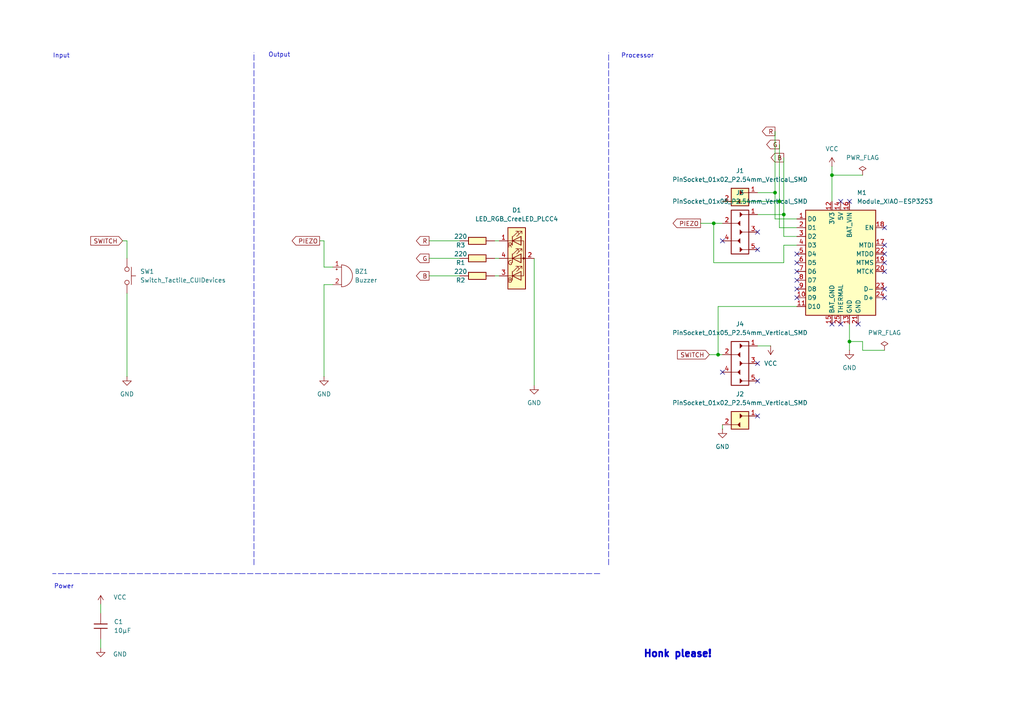
<source format=kicad_sch>
(kicad_sch (version 20250114) (generator "eeschema") (generator_version "9.0")
  (paper "A4")
  (lib_symbols
    (symbol "Device:Buzzer" (pin_names (offset 0.0254) (hide yes))
      (property "Reference" "BZ" (at 3.81 1.27 0))
      (property "Value" "Buzzer" (at 3.81 -1.27 0))
      (symbol "Buzzer_0_1"
        (polyline (pts (xy -1.651 1.905) (xy -1.143 1.905)))
        (polyline (pts (xy -1.397 2.159) (xy -1.397 1.651)))
        (arc (start 0 3.175) (mid 3.1612 0) (end 0 -3.175))
        (polyline (pts (xy 0 3.175) (xy 0 -3.175)))
      )
      (symbol "Buzzer_1_1"
        (pin passive line (at -2.54 2.54 0) (length 2.54) (name "+") (number "1"))
        (pin passive line (at -2.54 -2.54 0) (length 2.54) (name "-") (number "2"))
      )
    )
    (symbol "PCM_fab:C_1206" (pin_numbers (hide yes))
      (property "Reference" "C" (at 0.635 2.54 0))
      (property "Value" "C_1206" (at 0.635 -2.54 0))
      (symbol "C_1206_1_1"
        (polyline (pts (xy -1.905 0.635) (xy 1.905 0.635)) (stroke (width 0.25)))
        (polyline (pts (xy -1.905 -0.635) (xy 1.905 -0.635)) (stroke (width 0.25)))
        (pin passive line (at 0 3.81 270) (length 3.175) (name "~") (number "1"))
        (pin passive line (at 0 -3.81 90) (length 3.175) (name "~") (number "2"))
      )
    )
    (symbol "PCM_fab:LED_RGB_CreeLED_PLCC4" (pin_names (offset 0) (hide yes))
      (property "Reference" "D" (at 0 10.16 0))
      (property "Value" "LED_RGB_CreeLED_PLCC4" (at 0 -10.16 0))
      (symbol "LED_RGB_CreeLED_PLCC4_0_0"
        (text "R" (at -1.905 3.81 0) (effects (font (size 1.27 1.27))))
        (text "G" (at -1.905 -1.27 0) (effects (font (size 1.27 1.27))))
        (text "B" (at -1.905 -6.35 0) (effects (font (size 1.27 1.27))))
      )
      (symbol "LED_RGB_CreeLED_PLCC4_0_1"
        (rectangle (start -2.54 8.89) (end 2.54 -8.89) (stroke (width 0.254)) (fill (type background)))
        (polyline (pts (xy -1.27 6.35) (xy -1.27 3.81)) (stroke (width 0.2032)))
        (polyline (pts (xy -1.27 6.35) (xy -1.27 3.81) (xy -1.27 3.81)))
        (polyline (pts (xy -1.27 5.08) (xy -2.54 5.08)))
        (polyline (pts (xy -1.27 1.27) (xy -1.27 -1.27)) (stroke (width 0.2032)))
        (polyline (pts (xy -1.27 1.27) (xy -1.27 -1.27) (xy -1.27 -1.27)))
        (polyline (pts (xy -1.27 0) (xy -2.54 0)))
        (polyline (pts (xy -1.27 0) (xy 1.27 0)))
        (polyline (pts (xy -1.27 -3.81) (xy -1.27 -6.35)))
        (polyline (pts (xy -1.27 -3.81) (xy -1.27 -6.35)) (stroke (width 0.2032)))
        (polyline (pts (xy -1.27 -5.08) (xy -2.54 -5.08)))
        (polyline (pts (xy -1.27 -5.08) (xy 1.27 -5.08)))
        (polyline (pts (xy -1.016 6.35) (xy 0.508 7.874) (xy -0.254 7.874) (xy 0.508 7.874) (xy 0.508 7.112)))
        (polyline (pts (xy -1.016 1.27) (xy 0.508 2.794) (xy -0.254 2.794) (xy 0.508 2.794) (xy 0.508 2.032)))
        (polyline (pts (xy -1.016 -3.81) (xy 0.508 -2.286) (xy -0.254 -2.286) (xy 0.508 -2.286) (xy 0.508 -3.048)))
        (polyline (pts (xy 0 6.35) (xy 1.524 7.874) (xy 0.762 7.874) (xy 1.524 7.874) (xy 1.524 7.112)))
        (polyline (pts (xy 0 1.27) (xy 1.524 2.794) (xy 0.762 2.794) (xy 1.524 2.794) (xy 1.524 2.032)))
        (polyline (pts (xy 0 -3.81) (xy 1.524 -2.286) (xy 0.762 -2.286) (xy 1.524 -2.286) (xy 1.524 -3.048)))
        (polyline (pts (xy 1.27 6.35) (xy 1.27 3.81) (xy -1.27 5.08) (xy 1.27 6.35)) (stroke (width 0.2032)))
        (rectangle (start 1.27 6.35) (end 1.27 6.35))
        (polyline (pts (xy 1.27 5.08) (xy -1.27 5.08)))
        (rectangle (start 1.27 3.81) (end 1.27 6.35))
        (polyline (pts (xy 1.27 1.27) (xy 1.27 -1.27) (xy -1.27 0) (xy 1.27 1.27)) (stroke (width 0.2032)))
        (rectangle (start 1.27 1.27) (end 1.27 1.27))
        (polyline (pts (xy 1.27 0) (xy 2.54 0)))
        (rectangle (start 1.27 -1.27) (end 1.27 1.27))
        (polyline (pts (xy 1.27 -3.81) (xy 1.27 -6.35) (xy -1.27 -5.08) (xy 1.27 -3.81)) (stroke (width 0.2032)))
        (polyline (pts (xy 1.27 -5.08) (xy 2.032 -5.08) (xy 2.032 5.08) (xy 1.27 5.08)))
        (circle (center 2.032 0) (radius 0.254) (fill (type outline)))
      )
      (symbol "LED_RGB_CreeLED_PLCC4_1_1"
        (pin passive line (at -5.08 5.08 0) (length 2.54) (name "RK") (number "1"))
        (pin passive line (at -5.08 0 0) (length 2.54) (name "GK") (number "4"))
        (pin passive line (at -5.08 -5.08 0) (length 2.54) (name "BK") (number "3"))
        (pin passive line (at 5.08 0 180) (length 2.54) (name "A") (number "2"))
      )
    )
    (symbol "PCM_fab:Module_XIAO-ESP32S3"
      (property "Reference" "M" (at -10.16 16.51 0))
      (property "Value" "Module_XIAO-ESP32S3" (at 3.81 16.51 0))
      (symbol "Module_XIAO-ESP32S3_1_1"
        (rectangle (start -10.16 15.24) (end 10.16 -15.24) (stroke (width 0.254)) (fill (type background)))
        (pin bidirectional line (at -12.7 12.7 0) (length 2.54) (name "D0") (number "1"))
        (pin bidirectional line (at -12.7 10.16 0) (length 2.54) (name "D1") (number "2"))
        (pin bidirectional line (at -12.7 7.62 0) (length 2.54) (name "D2") (number "3"))
        (pin bidirectional line (at -12.7 5.08 0) (length 2.54) (name "D3") (number "4"))
        (pin bidirectional line (at -12.7 2.54 0) (length 2.54) (name "D4") (number "5"))
        (pin bidirectional line (at -12.7 0 0) (length 2.54) (name "D5") (number "6"))
        (pin bidirectional line (at -12.7 -2.54 0) (length 2.54) (name "D6") (number "7"))
        (pin bidirectional line (at -12.7 -5.08 0) (length 2.54) (name "D7") (number "8"))
        (pin bidirectional line (at -12.7 -7.62 0) (length 2.54) (name "D8") (number "9"))
        (pin bidirectional line (at -12.7 -10.16 0) (length 2.54) (name "D9") (number "10"))
        (pin bidirectional line (at -12.7 -12.7 0) (length 2.54) (name "D10") (number "11"))
        (pin power_in line (at -2.54 17.78 270) (length 2.54) (name "3V3") (number "12"))
        (pin power_in line (at -2.54 -17.78 90) (length 2.54) (name "BAT_GND") (number "15"))
        (pin power_in line (at 0 17.78 270) (length 2.54) (name "5V") (number "14"))
        (pin power_in line (at 0 -17.78 90) (length 2.54) (name "THERMAL") (number "25"))
        (pin power_in line (at 2.54 17.78 270) (length 2.54) (name "BAT_VIN") (number "16"))
        (pin power_in line (at 2.54 -17.78 90) (length 2.54) (name "GND") (number "13"))
        (pin power_in line (at 5.08 -17.78 90) (length 2.54) (name "GND") (number "21"))
        (pin input line (at 12.7 10.16 180) (length 2.54) (name "EN") (number "18"))
        (pin input line (at 12.7 5.08 180) (length 2.54) (name "MTDI") (number "17"))
        (pin output line (at 12.7 2.54 180) (length 2.54) (name "MTDO") (number "22"))
        (pin input line (at 12.7 0 180) (length 2.54) (name "MTMS") (number "19"))
        (pin input line (at 12.7 -2.54 180) (length 2.54) (name "MTCK") (number "20"))
        (pin bidirectional line (at 12.7 -7.62 180) (length 2.54) (name "D-") (number "23"))
        (pin bidirectional line (at 12.7 -10.16 180) (length 2.54) (name "D+") (number "24"))
      )
    )
    (symbol "PCM_fab:PWR_FLAG" (power) (pin_numbers (hide yes)) (pin_names (offset 0) (hide yes))
      (property "Value" "PWR_FLAG" (at 0 3.81 0))
      (symbol "PWR_FLAG_0_1"
        (polyline (pts (xy 0 0) (xy 0 1.27) (xy -1.016 1.905) (xy 0 2.54) (xy 1.016 1.905) (xy 0 1.27)))
      )
      (symbol "PWR_FLAG_1_0"
        (pin power_out line (at 0 0 90) (length 0) (name "PWR_FLAG") (number "1"))
      )
    )
    (symbol "PCM_fab:PinSocket_01x02_P2.54mm_Vertical_SMD" (pin_names (hide yes))
      (property "Reference" "J" (at 0 3.81 0))
      (property "Value" "PinSocket_01x02_P2.54mm_Vertical_SMD" (at 0 -3.81 0))
      (symbol "PinSocket_01x02_P2.54mm_Vertical_SMD_0_0"
        (rectangle (start -2.54 2.54) (end 2.54 -2.54) (stroke (width 0.254)) (fill (type background)))
        (polyline (pts (xy 0 0.635) (xy 0.635 1.27) (xy 0 1.905) (xy 0 0.635)) (fill (type outline)))
        (polyline (pts (xy 0 -1.27) (xy -2.54 -1.27)))
        (polyline (pts (xy 0 -1.905) (xy -0.635 -1.27) (xy 0 -0.635) (xy 0 -1.905)) (fill (type outline)))
        (polyline (pts (xy 2.54 1.27) (xy 0 1.27)))
      )
      (symbol "PinSocket_01x02_P2.54mm_Vertical_SMD_1_1"
        (pin passive line (at -5.08 -1.27 0) (length 2.54) (name "Pin_2") (number "2"))
        (pin passive line (at 5.08 1.27 180) (length 2.54) (name "Pin_1") (number "1"))
      )
    )
    (symbol "PCM_fab:PinSocket_01x05_P2.54mm_Vertical_SMD" (pin_names (hide yes))
      (property "Reference" "J" (at 0 7.62 0))
      (property "Value" "PinSocket_01x05_P2.54mm_Vertical_SMD" (at 0 -7.62 0))
      (symbol "PinSocket_01x05_P2.54mm_Vertical_SMD_0_0"
        (polyline (pts (xy 0 4.445) (xy 0.635 5.08) (xy 0 5.715) (xy 0 4.445)) (fill (type outline)))
        (polyline (pts (xy 0 2.54) (xy -2.54 2.54)))
        (polyline (pts (xy 0 1.905) (xy -0.635 2.54) (xy 0 3.175) (xy 0 1.905)) (fill (type outline)))
        (polyline (pts (xy 0 -0.635) (xy 0.635 0) (xy 0 0.635) (xy 0 -0.635)) (fill (type outline)))
        (polyline (pts (xy 0 -2.54) (xy -2.54 -2.54)))
        (polyline (pts (xy 0 -3.175) (xy -0.635 -2.54) (xy 0 -1.905) (xy 0 -3.175)) (fill (type outline)))
        (polyline (pts (xy 0 -5.715) (xy 0.635 -5.08) (xy 0 -4.445) (xy 0 -5.715)) (fill (type outline)))
        (polyline (pts (xy 2.54 5.08) (xy 0 5.08)))
        (polyline (pts (xy 2.54 0) (xy 0 0)))
        (polyline (pts (xy 2.54 -5.08) (xy 0 -5.08)))
      )
      (symbol "PinSocket_01x05_P2.54mm_Vertical_SMD_1_0"
        (rectangle (start -2.54 6.35) (end 2.54 -6.35) (stroke (width 0.254)))
      )
      (symbol "PinSocket_01x05_P2.54mm_Vertical_SMD_1_1"
        (pin passive line (at -5.08 2.54 0) (length 2.54) (name "Pin_2") (number "2"))
        (pin passive line (at -5.08 -2.54 0) (length 2.54) (name "Pin_2") (number "4"))
        (pin passive line (at 5.08 5.08 180) (length 2.54) (name "Pin_1") (number "1"))
        (pin passive line (at 5.08 0 180) (length 2.54) (name "Pin_1") (number "3"))
        (pin passive line (at 5.08 -5.08 180) (length 2.54) (name "Pin_1") (number "5"))
      )
    )
    (symbol "PCM_fab:R_1206" (pin_numbers (hide yes)) (pin_names (offset 0))
      (property "Reference" "R" (at 2.54 0 90))
      (property "Value" "R_1206" (at -2.54 0 90))
      (symbol "R_1206_0_1"
        (rectangle (start -1.016 -2.54) (end 1.016 2.54) (stroke (width 0.254)) (fill (type background)))
      )
      (symbol "R_1206_1_1"
        (pin passive line (at 0 5.08 270) (length 2.54) (name "~") (number "1"))
        (pin passive line (at 0 -5.08 90) (length 2.54) (name "~") (number "2"))
      )
    )
    (symbol "PCM_fab:Switch_Tactile_CUIDevices" (pin_numbers (hide yes)) (pin_names (hide yes))
      (property "Reference" "SW" (at 1.905 3.175 0))
      (property "Value" "Switch_Tactile_CUIDevices" (at 0 0 0))
      (symbol "Switch_Tactile_CUIDevices_0_1"
        (polyline (pts (xy -2.54 1.27) (xy 2.54 1.27)))
        (circle (center -1.905 0) (radius 0.635))
        (polyline (pts (xy 0 1.27) (xy 0 2.54)))
        (circle (center 1.905 0) (radius 0.635))
      )
      (symbol "Switch_Tactile_CUIDevices_1_1"
        (pin input line (at -5.08 0 0) (length 2.54) (name "") (number "1"))
        (pin input line (at -5.08 0 0) (length 2.54) (hide yes) (name "") (number "2"))
        (pin input line (at 5.08 0 180) (length 2.54) (name "") (number "3"))
        (pin input line (at 5.08 0 180) (length 2.54) (hide yes) (name "") (number "4"))
      )
    )
    (symbol "power:GND" (power) (pin_numbers (hide yes)) (pin_names (offset 0) (hide yes))
      (property "Value" "GND" (at 0 -3.81 0))
      (symbol "GND_0_1"
        (polyline (pts (xy 0 0) (xy 0 -1.27) (xy 1.27 -1.27) (xy 0 -2.54) (xy -1.27 -1.27) (xy 0 -1.27)))
      )
      (symbol "GND_1_1"
        (pin power_in line (at 0 0 270) (length 0) (name "~") (number "1"))
      )
    )
    (symbol "power:VCC" (power) (pin_numbers (hide yes)) (pin_names (offset 0) (hide yes))
      (property "Value" "VCC" (at 0 3.556 0))
      (symbol "VCC_0_1"
        (polyline (pts (xy -0.762 1.27) (xy 0 2.54)))
        (polyline (pts (xy 0 2.54) (xy 0.762 1.27)))
        (polyline (pts (xy 0 0) (xy 0 2.54)))
      )
      (symbol "VCC_1_1"
        (pin power_in line (at 0 0 90) (length 0) (name "~") (number "1"))
      )
    )
  )
  (text "Processor" (at 184.912 16.256 0) (effects (font (size 1.27 1.27))))
  (text "Power" (at 18.542 170.18 0) (effects (font (size 1.27 1.27))))
  (text "Honk please!" (at 196.596 189.738 0) (effects (font (size 2 2) (thickness 0.6) (bold yes))))
  (text "Input" (at 17.78 16.256 0) (effects (font (size 1.27 1.27))))
  (text "Output" (at 81.026 16.002 0) (effects (font (size 1.27 1.27))))
  (junction (at 224.79 55.88))
  (junction (at 207.01 64.77))
  (junction (at 246.38 99.06))
  (junction (at 227.33 62.23))
  (junction (at 241.3 50.8))
  (junction (at 226.06 58.42))
  (junction (at 208.28 102.87))
  (no_connect (at 256.54 71.12))
  (no_connect (at 256.54 66.04))
  (no_connect (at 231.14 78.74))
  (no_connect (at 231.14 86.36))
  (no_connect (at 256.54 76.2))
  (no_connect (at 209.55 69.85))
  (no_connect (at 243.84 58.42))
  (no_connect (at 248.92 93.98))
  (no_connect (at 231.14 83.82))
  (no_connect (at 219.71 105.41))
  (no_connect (at 219.71 72.39))
  (no_connect (at 219.71 67.31))
  (no_connect (at 209.55 107.95))
  (no_connect (at 219.71 110.49))
  (no_connect (at 256.54 86.36))
  (no_connect (at 231.14 73.66))
  (no_connect (at 256.54 78.74))
  (no_connect (at 246.38 58.42))
  (no_connect (at 256.54 73.66))
  (no_connect (at 219.71 120.65))
  (no_connect (at 231.14 76.2))
  (no_connect (at 231.14 81.28))
  (no_connect (at 241.3 93.98))
  (no_connect (at 256.54 83.82))
  (no_connect (at 243.84 93.98))
  (wire (pts (xy 207.01 76.2) (xy 227.33 76.2)))
  (wire (pts (xy 219.71 62.23) (xy 227.33 62.23)))
  (wire (pts (xy 36.83 85.09) (xy 36.83 109.22)))
  (wire (pts (xy 224.79 63.5) (xy 231.14 63.5)))
  (wire (pts (xy 144.78 69.85) (xy 143.51 69.85)))
  (wire (pts (xy 226.06 66.04) (xy 231.14 66.04)))
  (wire (pts (xy 226.06 58.42) (xy 226.06 66.04)))
  (polyline (pts (xy 173.99 166.37) (xy 15.24 166.37)) (stroke (width 0) (type dash)))
  (wire (pts (xy 133.35 80.01) (xy 124.46 80.01)))
  (wire (pts (xy 93.98 82.55) (xy 96.52 82.55)))
  (wire (pts (xy 241.3 50.8) (xy 241.3 58.42)))
  (wire (pts (xy 219.71 55.88) (xy 224.79 55.88)))
  (wire (pts (xy 144.78 74.93) (xy 143.51 74.93)))
  (wire (pts (xy 144.78 80.01) (xy 143.51 80.01)))
  (wire (pts (xy 231.14 88.9) (xy 208.28 88.9)))
  (wire (pts (xy 241.3 48.26) (xy 241.3 50.8)))
  (wire (pts (xy 93.98 69.85) (xy 93.98 77.47)))
  (polyline (pts (xy 73.66 163.83) (xy 73.66 15.24)) (stroke (width 0) (type dash)))
  (wire (pts (xy 224.79 55.88) (xy 224.79 63.5)))
  (wire (pts (xy 92.71 69.85) (xy 93.98 69.85)))
  (wire (pts (xy 207.01 64.77) (xy 209.55 64.77)))
  (wire (pts (xy 207.01 64.77) (xy 203.2 64.77)))
  (wire (pts (xy 241.3 50.8) (xy 250.19 50.8)))
  (wire (pts (xy 154.94 74.93) (xy 154.94 111.76)))
  (wire (pts (xy 227.33 68.58) (xy 231.14 68.58)))
  (wire (pts (xy 250.19 101.6) (xy 250.19 99.06)))
  (wire (pts (xy 29.21 175.26) (xy 29.21 177.8)))
  (wire (pts (xy 133.35 74.93) (xy 124.46 74.93)))
  (wire (pts (xy 246.38 93.98) (xy 246.38 99.06)))
  (wire (pts (xy 226.06 41.91) (xy 226.06 58.42)))
  (wire (pts (xy 208.28 88.9) (xy 208.28 102.87)))
  (wire (pts (xy 35.56 69.85) (xy 36.83 69.85)))
  (wire (pts (xy 205.74 102.87) (xy 208.28 102.87)))
  (wire (pts (xy 93.98 82.55) (xy 93.98 109.22)))
  (wire (pts (xy 227.33 45.72) (xy 227.33 62.23)))
  (wire (pts (xy 227.33 71.12) (xy 231.14 71.12)))
  (wire (pts (xy 29.21 185.42) (xy 29.21 187.96)))
  (wire (pts (xy 246.38 99.06) (xy 246.38 101.6)))
  (wire (pts (xy 133.35 69.85) (xy 124.46 69.85)))
  (wire (pts (xy 250.19 99.06) (xy 246.38 99.06)))
  (wire (pts (xy 36.83 69.85) (xy 36.83 74.93)))
  (wire (pts (xy 219.71 100.33) (xy 223.52 100.33)))
  (wire (pts (xy 224.79 38.1) (xy 224.79 55.88)))
  (wire (pts (xy 227.33 76.2) (xy 227.33 71.12)))
  (wire (pts (xy 93.98 77.47) (xy 96.52 77.47)))
  (wire (pts (xy 209.55 58.42) (xy 226.06 58.42)))
  (wire (pts (xy 208.28 102.87) (xy 209.55 102.87)))
  (wire (pts (xy 207.01 64.77) (xy 207.01 76.2)))
  (wire (pts (xy 227.33 62.23) (xy 227.33 68.58)))
  (wire (pts (xy 209.55 123.19) (xy 209.55 124.46)))
  (wire (pts (xy 256.54 101.6) (xy 250.19 101.6)))
  (polyline (pts (xy 176.53 163.83) (xy 176.53 15.24)) (stroke (width 0) (type dash)))
  (global_label "SWITCH" (shape input) (at 35.56 69.85 180) (property "Intersheetrefs" "${INTERSHEET_REFS}" (effects (hide yes))))
  (global_label "G" (shape output) (at 124.46 74.93 180) (property "Intersheetrefs" "${INTERSHEET_REFS}" (effects (hide yes))))
  (global_label "B" (shape output) (at 227.33 45.72 180) (property "Intersheetrefs" "${INTERSHEET_REFS}" (effects (hide yes))))
  (global_label "R" (shape output) (at 224.79 38.1 180) (property "Intersheetrefs" "${INTERSHEET_REFS}" (effects (hide yes))))
  (global_label "PIEZO" (shape output) (at 203.2 64.77 180) (property "Intersheetrefs" "${INTERSHEET_REFS}" (effects (hide yes))))
  (global_label "G" (shape output) (at 226.06 41.91 180) (property "Intersheetrefs" "${INTERSHEET_REFS}" (effects (hide yes))))
  (global_label "B" (shape output) (at 124.46 80.01 180) (property "Intersheetrefs" "${INTERSHEET_REFS}" (effects (hide yes))))
  (global_label "SWITCH" (shape input) (at 205.74 102.87 180) (property "Intersheetrefs" "${INTERSHEET_REFS}" (effects (hide yes))))
  (global_label "PIEZO" (shape output) (at 92.71 69.85 180) (property "Intersheetrefs" "${INTERSHEET_REFS}" (effects (hide yes))))
  (global_label "R" (shape output) (at 124.46 69.85 180) (property "Intersheetrefs" "${INTERSHEET_REFS}" (effects (hide yes))))
  (symbol (lib_id "power:VCC") (at 223.52 100.33 0) (mirror x) (unit 1)
    (property "Reference" "#PWR09" (effects (hide yes)))
    (property "Value" "VCC" (at 223.52 105.41 0))
    (property "Description" "Power symbol creates a global label with name \"VCC\"" (effects (hide yes)))
  )
  (symbol (lib_id "power:GND") (at 29.21 187.96 0) (unit 1)
    (property "Reference" "#PWR07" (effects (hide yes)))
    (property "Value" "GND" (at 34.798 189.738 0))
    (property "Description" "Power symbol creates a global label with name \"GND\" , ground" (effects (hide yes)))
  )
  (symbol (lib_id "PCM_fab:R_1206") (at 138.43 69.85 90) (unit 1)
    (property "Reference" "R3" (at 133.604 71.12 90))
    (property "Value" "220" (at 133.604 68.58 90))
    (property "Footprint" "PCM_fab:R_1206" (effects (hide yes)))
    (property "Description" "Resistor" (effects (hide yes)))
  )
  (symbol (lib_id "PCM_fab:PinSocket_01x02_P2.54mm_Vertical_SMD") (at 214.63 57.15 0) (unit 1)
    (property "Reference" "J1" (at 214.63 49.53 0))
    (property "Value" "PinSocket_01x02_P2.54mm_Vertical_SMD" (at 214.63 52.07 0))
    (property "Footprint" "PCM_fab:PinSocket_01x02_P2.54mm_Vertical_SMD" (effects (hide yes)))
    (property "Datasheet" "https://media.digikey.com/pdf/Data%20Sheets/Sullins%20PDFs/NPxCxx1KFXx-RC%2010487-D.pdf" (effects (hide yes)))
    (property "Description" "2 Position Header, Top or Bottom Entry Connector 0.100\" (2.54mm) Surface Mount Tin" (effects (hide yes)))
  )
  (symbol (lib_id "PCM_fab:C_1206") (at 29.21 181.61 0) (unit 1)
    (property "Reference" "C1" (at 33.02 180.3399 0) (effects (justify left)))
    (property "Value" "10µF" (at 33.02 182.8799 0) (effects (justify left)))
    (property "Footprint" "PCM_fab:C_1206" (effects (hide yes)))
    (property "Datasheet" "https://www.yageo.com/upload/media/product/productsearch/datasheet/mlcc/UPY-GP_NP0_16V-to-50V_18.pdf" (effects (hide yes)))
    (property "Description" "Unpolarized capacitor, SMD, 1206" (effects (hide yes)))
  )
  (symbol (lib_id "power:GND") (at 93.98 109.22 0) (unit 1)
    (property "Reference" "#PWR05" (effects (hide yes)))
    (property "Value" "GND" (at 93.98 114.3 0))
    (property "Description" "Power symbol creates a global label with name \"GND\" , ground" (effects (hide yes)))
  )
  (symbol (lib_id "power:VCC") (at 241.3 48.26 0) (unit 1)
    (property "Reference" "#PWR02" (effects (hide yes)))
    (property "Value" "VCC" (at 241.3 43.18 0))
    (property "Description" "Power symbol creates a global label with name \"VCC\"" (effects (hide yes)))
  )
  (symbol (lib_id "power:GND") (at 246.38 101.6 0) (unit 1)
    (property "Reference" "#PWR04" (effects (hide yes)))
    (property "Value" "GND" (at 246.38 106.68 0))
    (property "Description" "Power symbol creates a global label with name \"GND\" , ground" (effects (hide yes)))
  )
  (symbol (lib_id "PCM_fab:Switch_Tactile_CUIDevices") (at 36.83 80.01 270) (unit 1)
    (property "Reference" "SW1" (at 40.64 78.7399 90) (effects (justify left)))
    (property "Value" "Switch_Tactile_CUIDevices" (at 40.64 81.2799 90) (effects (justify left)))
    (property "Footprint" "PCM_fab:Button_CUIDevices_TS04-66-43-BK-260-SMT_6.0x6.0mm" (effects (hide yes)))
    (property "Datasheet" "https://www.cuidevices.com/product/resource/ts04.pdf" (effects (hide yes)))
    (property "Description" "SWITCH TACTILE SPST-NO 0.05A 15V" (effects (hide yes)))
  )
  (symbol (lib_id "PCM_fab:PWR_FLAG") (at 250.19 50.8 0) (unit 1)
    (property "Reference" "#FLG01" (effects (hide yes)))
    (property "Value" "PWR_FLAG" (at 250.19 45.72 0))
    (property "Description" "Special symbol for telling ERC where power comes from" (effects (hide yes)))
  )
  (symbol (lib_id "power:GND") (at 154.94 111.76 0) (unit 1)
    (property "Reference" "#PWR01" (effects (hide yes)))
    (property "Value" "GND" (at 154.94 116.84 0))
    (property "Description" "Power symbol creates a global label with name \"GND\" , ground" (effects (hide yes)))
  )
  (symbol (lib_id "PCM_fab:PinSocket_01x02_P2.54mm_Vertical_SMD") (at 214.63 121.92 0) (unit 1)
    (property "Reference" "J2" (at 214.63 114.3 0))
    (property "Value" "PinSocket_01x02_P2.54mm_Vertical_SMD" (at 214.63 116.84 0))
    (property "Footprint" "PCM_fab:PinSocket_01x02_P2.54mm_Vertical_SMD" (effects (hide yes)))
    (property "Datasheet" "https://media.digikey.com/pdf/Data%20Sheets/Sullins%20PDFs/NPxCxx1KFXx-RC%2010487-D.pdf" (effects (hide yes)))
    (property "Description" "2 Position Header, Top or Bottom Entry Connector 0.100\" (2.54mm) Surface Mount Tin" (effects (hide yes)))
  )
  (symbol (lib_id "power:GND") (at 209.55 124.46 0) (unit 1)
    (property "Reference" "#PWR08" (effects (hide yes)))
    (property "Value" "GND" (at 209.55 129.54 0))
    (property "Description" "Power symbol creates a global label with name \"GND\" , ground" (effects (hide yes)))
  )
  (symbol (lib_id "power:GND") (at 36.83 109.22 0) (unit 1)
    (property "Reference" "#PWR03" (effects (hide yes)))
    (property "Value" "GND" (at 36.83 114.3 0))
    (property "Description" "Power symbol creates a global label with name \"GND\" , ground" (effects (hide yes)))
  )
  (symbol (lib_id "PCM_fab:R_1206") (at 138.43 80.01 90) (unit 1)
    (property "Reference" "R2" (at 133.604 81.28 90))
    (property "Value" "220" (at 133.604 78.74 90))
    (property "Footprint" "PCM_fab:R_1206" (effects (hide yes)))
    (property "Description" "Resistor" (effects (hide yes)))
  )
  (symbol (lib_id "PCM_fab:PinSocket_01x05_P2.54mm_Vertical_SMD") (at 214.63 105.41 0) (unit 1)
    (property "Reference" "J4" (at 214.63 93.98 0))
    (property "Value" "PinSocket_01x05_P2.54mm_Vertical_SMD" (at 214.63 96.52 0))
    (property "Footprint" "PCM_fab:PinSocket_01x05_P2.54mm_Vertical_SMD" (effects (hide yes)))
    (property "Datasheet" "https://media.digikey.com/pdf/Data%20Sheets/Sullins%20PDFs/NPxCxx1KFXx-RC%2010487-D.pdf" (effects (hide yes)))
    (property "Description" "Top or Bottom Entry Connector 0.100\" (2.54mm) Surface Mount Tin" (effects (hide yes)))
  )
  (symbol (lib_id "Device:Buzzer") (at 99.06 80.01 0) (unit 1)
    (property "Reference" "BZ1" (at 102.87 78.7399 0) (effects (justify left)))
    (property "Value" "Buzzer" (at 102.87 81.2799 0) (effects (justify left)))
    (property "Footprint" "Buzzer_Beeper:Buzzer_12x9.5RM7.6" (effects (hide yes)))
    (property "Description" "Buzzer, polarized" (effects (hide yes)))
  )
  (symbol (lib_id "PCM_fab:PWR_FLAG") (at 256.54 101.6 0) (unit 1)
    (property "Reference" "#FLG02" (effects (hide yes)))
    (property "Value" "PWR_FLAG" (at 256.54 96.52 0))
    (property "Description" "Special symbol for telling ERC where power comes from" (effects (hide yes)))
  )
  (symbol (lib_id "PCM_fab:PinSocket_01x05_P2.54mm_Vertical_SMD") (at 214.63 67.31 0) (unit 1)
    (property "Reference" "J3" (at 214.63 55.88 0))
    (property "Value" "PinSocket_01x05_P2.54mm_Vertical_SMD" (at 214.63 58.42 0))
    (property "Footprint" "PCM_fab:PinSocket_01x05_P2.54mm_Vertical_SMD" (effects (hide yes)))
    (property "Datasheet" "https://media.digikey.com/pdf/Data%20Sheets/Sullins%20PDFs/NPxCxx1KFXx-RC%2010487-D.pdf" (effects (hide yes)))
    (property "Description" "Top or Bottom Entry Connector 0.100\" (2.54mm) Surface Mount Tin" (effects (hide yes)))
  )
  (symbol (lib_id "power:VCC") (at 29.21 175.26 0) (unit 1)
    (property "Reference" "#PWR06" (effects (hide yes)))
    (property "Value" "VCC" (at 34.798 173.228 0))
    (property "Description" "Power symbol creates a global label with name \"VCC\"" (effects (hide yes)))
  )
  (symbol (lib_id "PCM_fab:LED_RGB_CreeLED_PLCC4") (at 149.86 74.93 0) (unit 1)
    (property "Reference" "D1" (at 149.86 60.96 0))
    (property "Value" "LED_RGB_CreeLED_PLCC4" (at 149.86 63.5 0))
    (property "Footprint" "PCM_fab:LED_RGB_CreeLED_CLV1A-FKB" (effects (hide yes)))
    (property "Datasheet" "https://assets.cree-led.com/a/ds/h/HB-CLV1A-FKB.pdf" (effects (hide yes)))
    (property "Description" "LED RGB 4PLCC SMD" (effects (hide yes)))
  )
  (symbol (lib_id "PCM_fab:R_1206") (at 138.43 74.93 90) (unit 1)
    (property "Reference" "R1" (at 133.604 76.2 90))
    (property "Value" "220" (at 133.604 73.66 90))
    (property "Footprint" "PCM_fab:R_1206" (effects (hide yes)))
    (property "Description" "Resistor" (effects (hide yes)))
  )
  (symbol (lib_id "PCM_fab:Module_XIAO-ESP32S3") (at 243.84 76.2 0) (unit 1)
    (property "Reference" "M1" (at 248.5233 55.88 0) (effects (justify left)))
    (property "Value" "Module_XIAO-ESP32S3" (at 248.5233 58.42 0) (effects (justify left)))
    (property "Footprint" "PCM_fab:SeeedStudio_XIAO_ESP32S3" (effects (hide yes)))
    (property "Datasheet" "https://wiki.seeedstudio.com/xiao_esp32s3_getting_started/" (effects (hide yes)))
    (property "Description" "ESP32-C3 Transceiver; 802.11 a/b/g/n (Wi-Fi, WiFi, WLAN), Bluetooth® Smart 4.x Low Energy (BLE) 2.4GHz Evaluation Board" (effects (hide yes)))
  )
)
</source>
